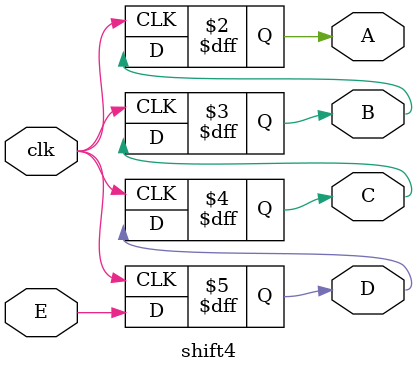
<source format=v>
module shift4(clk, E, D, C, B, A);
  input clk;
	
  input E;
	
  output D, C, B, A;
	
  reg D, C, B, A;	// output in always

  always @(posedge clk) begin 
    A <= B;

    B <= C;

    C <= D;

    D <= E;
	
  end

endmodule 


</source>
